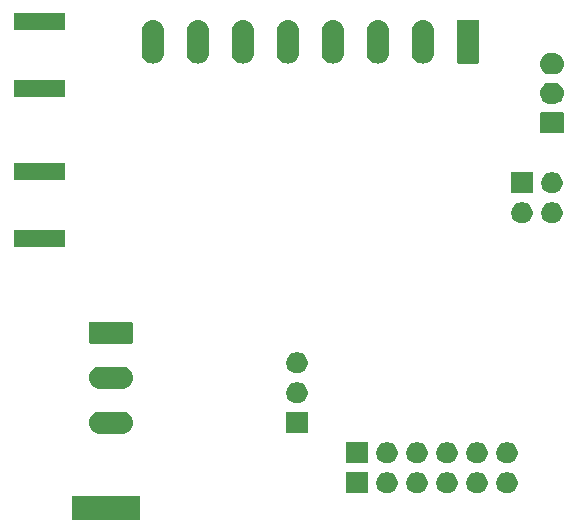
<source format=gbr>
G04 #@! TF.GenerationSoftware,KiCad,Pcbnew,(5.1.6)-1*
G04 #@! TF.CreationDate,2020-12-30T15:53:02+08:00*
G04 #@! TF.ProjectId,Module_ADS1263,4d6f6475-6c65-45f4-9144-53313236332e,rev?*
G04 #@! TF.SameCoordinates,Original*
G04 #@! TF.FileFunction,Soldermask,Bot*
G04 #@! TF.FilePolarity,Negative*
%FSLAX46Y46*%
G04 Gerber Fmt 4.6, Leading zero omitted, Abs format (unit mm)*
G04 Created by KiCad (PCBNEW (5.1.6)-1) date 2020-12-30 15:53:02*
%MOMM*%
%LPD*%
G01*
G04 APERTURE LIST*
%ADD10C,0.100000*%
G04 APERTURE END LIST*
D10*
G36*
X112395000Y-131318000D02*
G01*
X106680000Y-131318000D01*
X106680000Y-129413000D01*
X112395000Y-129413000D01*
X112395000Y-131318000D01*
G37*
X112395000Y-131318000D02*
X106680000Y-131318000D01*
X106680000Y-129413000D01*
X112395000Y-129413000D01*
X112395000Y-131318000D01*
G36*
X141083512Y-127373927D02*
G01*
X141232812Y-127403624D01*
X141396784Y-127471544D01*
X141544354Y-127570147D01*
X141669853Y-127695646D01*
X141768456Y-127843216D01*
X141836376Y-128007188D01*
X141871000Y-128181259D01*
X141871000Y-128358741D01*
X141836376Y-128532812D01*
X141768456Y-128696784D01*
X141669853Y-128844354D01*
X141544354Y-128969853D01*
X141396784Y-129068456D01*
X141232812Y-129136376D01*
X141083512Y-129166073D01*
X141058742Y-129171000D01*
X140881258Y-129171000D01*
X140856488Y-129166073D01*
X140707188Y-129136376D01*
X140543216Y-129068456D01*
X140395646Y-128969853D01*
X140270147Y-128844354D01*
X140171544Y-128696784D01*
X140103624Y-128532812D01*
X140069000Y-128358741D01*
X140069000Y-128181259D01*
X140103624Y-128007188D01*
X140171544Y-127843216D01*
X140270147Y-127695646D01*
X140395646Y-127570147D01*
X140543216Y-127471544D01*
X140707188Y-127403624D01*
X140856488Y-127373927D01*
X140881258Y-127369000D01*
X141058742Y-127369000D01*
X141083512Y-127373927D01*
G37*
G36*
X143623512Y-127373927D02*
G01*
X143772812Y-127403624D01*
X143936784Y-127471544D01*
X144084354Y-127570147D01*
X144209853Y-127695646D01*
X144308456Y-127843216D01*
X144376376Y-128007188D01*
X144411000Y-128181259D01*
X144411000Y-128358741D01*
X144376376Y-128532812D01*
X144308456Y-128696784D01*
X144209853Y-128844354D01*
X144084354Y-128969853D01*
X143936784Y-129068456D01*
X143772812Y-129136376D01*
X143623512Y-129166073D01*
X143598742Y-129171000D01*
X143421258Y-129171000D01*
X143396488Y-129166073D01*
X143247188Y-129136376D01*
X143083216Y-129068456D01*
X142935646Y-128969853D01*
X142810147Y-128844354D01*
X142711544Y-128696784D01*
X142643624Y-128532812D01*
X142609000Y-128358741D01*
X142609000Y-128181259D01*
X142643624Y-128007188D01*
X142711544Y-127843216D01*
X142810147Y-127695646D01*
X142935646Y-127570147D01*
X143083216Y-127471544D01*
X143247188Y-127403624D01*
X143396488Y-127373927D01*
X143421258Y-127369000D01*
X143598742Y-127369000D01*
X143623512Y-127373927D01*
G37*
G36*
X131711000Y-129171000D02*
G01*
X129909000Y-129171000D01*
X129909000Y-127369000D01*
X131711000Y-127369000D01*
X131711000Y-129171000D01*
G37*
G36*
X133463512Y-127373927D02*
G01*
X133612812Y-127403624D01*
X133776784Y-127471544D01*
X133924354Y-127570147D01*
X134049853Y-127695646D01*
X134148456Y-127843216D01*
X134216376Y-128007188D01*
X134251000Y-128181259D01*
X134251000Y-128358741D01*
X134216376Y-128532812D01*
X134148456Y-128696784D01*
X134049853Y-128844354D01*
X133924354Y-128969853D01*
X133776784Y-129068456D01*
X133612812Y-129136376D01*
X133463512Y-129166073D01*
X133438742Y-129171000D01*
X133261258Y-129171000D01*
X133236488Y-129166073D01*
X133087188Y-129136376D01*
X132923216Y-129068456D01*
X132775646Y-128969853D01*
X132650147Y-128844354D01*
X132551544Y-128696784D01*
X132483624Y-128532812D01*
X132449000Y-128358741D01*
X132449000Y-128181259D01*
X132483624Y-128007188D01*
X132551544Y-127843216D01*
X132650147Y-127695646D01*
X132775646Y-127570147D01*
X132923216Y-127471544D01*
X133087188Y-127403624D01*
X133236488Y-127373927D01*
X133261258Y-127369000D01*
X133438742Y-127369000D01*
X133463512Y-127373927D01*
G37*
G36*
X136003512Y-127373927D02*
G01*
X136152812Y-127403624D01*
X136316784Y-127471544D01*
X136464354Y-127570147D01*
X136589853Y-127695646D01*
X136688456Y-127843216D01*
X136756376Y-128007188D01*
X136791000Y-128181259D01*
X136791000Y-128358741D01*
X136756376Y-128532812D01*
X136688456Y-128696784D01*
X136589853Y-128844354D01*
X136464354Y-128969853D01*
X136316784Y-129068456D01*
X136152812Y-129136376D01*
X136003512Y-129166073D01*
X135978742Y-129171000D01*
X135801258Y-129171000D01*
X135776488Y-129166073D01*
X135627188Y-129136376D01*
X135463216Y-129068456D01*
X135315646Y-128969853D01*
X135190147Y-128844354D01*
X135091544Y-128696784D01*
X135023624Y-128532812D01*
X134989000Y-128358741D01*
X134989000Y-128181259D01*
X135023624Y-128007188D01*
X135091544Y-127843216D01*
X135190147Y-127695646D01*
X135315646Y-127570147D01*
X135463216Y-127471544D01*
X135627188Y-127403624D01*
X135776488Y-127373927D01*
X135801258Y-127369000D01*
X135978742Y-127369000D01*
X136003512Y-127373927D01*
G37*
G36*
X138543512Y-127373927D02*
G01*
X138692812Y-127403624D01*
X138856784Y-127471544D01*
X139004354Y-127570147D01*
X139129853Y-127695646D01*
X139228456Y-127843216D01*
X139296376Y-128007188D01*
X139331000Y-128181259D01*
X139331000Y-128358741D01*
X139296376Y-128532812D01*
X139228456Y-128696784D01*
X139129853Y-128844354D01*
X139004354Y-128969853D01*
X138856784Y-129068456D01*
X138692812Y-129136376D01*
X138543512Y-129166073D01*
X138518742Y-129171000D01*
X138341258Y-129171000D01*
X138316488Y-129166073D01*
X138167188Y-129136376D01*
X138003216Y-129068456D01*
X137855646Y-128969853D01*
X137730147Y-128844354D01*
X137631544Y-128696784D01*
X137563624Y-128532812D01*
X137529000Y-128358741D01*
X137529000Y-128181259D01*
X137563624Y-128007188D01*
X137631544Y-127843216D01*
X137730147Y-127695646D01*
X137855646Y-127570147D01*
X138003216Y-127471544D01*
X138167188Y-127403624D01*
X138316488Y-127373927D01*
X138341258Y-127369000D01*
X138518742Y-127369000D01*
X138543512Y-127373927D01*
G37*
G36*
X136003512Y-124833927D02*
G01*
X136152812Y-124863624D01*
X136316784Y-124931544D01*
X136464354Y-125030147D01*
X136589853Y-125155646D01*
X136688456Y-125303216D01*
X136756376Y-125467188D01*
X136791000Y-125641259D01*
X136791000Y-125818741D01*
X136756376Y-125992812D01*
X136688456Y-126156784D01*
X136589853Y-126304354D01*
X136464354Y-126429853D01*
X136316784Y-126528456D01*
X136152812Y-126596376D01*
X136003512Y-126626073D01*
X135978742Y-126631000D01*
X135801258Y-126631000D01*
X135776488Y-126626073D01*
X135627188Y-126596376D01*
X135463216Y-126528456D01*
X135315646Y-126429853D01*
X135190147Y-126304354D01*
X135091544Y-126156784D01*
X135023624Y-125992812D01*
X134989000Y-125818741D01*
X134989000Y-125641259D01*
X135023624Y-125467188D01*
X135091544Y-125303216D01*
X135190147Y-125155646D01*
X135315646Y-125030147D01*
X135463216Y-124931544D01*
X135627188Y-124863624D01*
X135776488Y-124833927D01*
X135801258Y-124829000D01*
X135978742Y-124829000D01*
X136003512Y-124833927D01*
G37*
G36*
X143623512Y-124833927D02*
G01*
X143772812Y-124863624D01*
X143936784Y-124931544D01*
X144084354Y-125030147D01*
X144209853Y-125155646D01*
X144308456Y-125303216D01*
X144376376Y-125467188D01*
X144411000Y-125641259D01*
X144411000Y-125818741D01*
X144376376Y-125992812D01*
X144308456Y-126156784D01*
X144209853Y-126304354D01*
X144084354Y-126429853D01*
X143936784Y-126528456D01*
X143772812Y-126596376D01*
X143623512Y-126626073D01*
X143598742Y-126631000D01*
X143421258Y-126631000D01*
X143396488Y-126626073D01*
X143247188Y-126596376D01*
X143083216Y-126528456D01*
X142935646Y-126429853D01*
X142810147Y-126304354D01*
X142711544Y-126156784D01*
X142643624Y-125992812D01*
X142609000Y-125818741D01*
X142609000Y-125641259D01*
X142643624Y-125467188D01*
X142711544Y-125303216D01*
X142810147Y-125155646D01*
X142935646Y-125030147D01*
X143083216Y-124931544D01*
X143247188Y-124863624D01*
X143396488Y-124833927D01*
X143421258Y-124829000D01*
X143598742Y-124829000D01*
X143623512Y-124833927D01*
G37*
G36*
X141083512Y-124833927D02*
G01*
X141232812Y-124863624D01*
X141396784Y-124931544D01*
X141544354Y-125030147D01*
X141669853Y-125155646D01*
X141768456Y-125303216D01*
X141836376Y-125467188D01*
X141871000Y-125641259D01*
X141871000Y-125818741D01*
X141836376Y-125992812D01*
X141768456Y-126156784D01*
X141669853Y-126304354D01*
X141544354Y-126429853D01*
X141396784Y-126528456D01*
X141232812Y-126596376D01*
X141083512Y-126626073D01*
X141058742Y-126631000D01*
X140881258Y-126631000D01*
X140856488Y-126626073D01*
X140707188Y-126596376D01*
X140543216Y-126528456D01*
X140395646Y-126429853D01*
X140270147Y-126304354D01*
X140171544Y-126156784D01*
X140103624Y-125992812D01*
X140069000Y-125818741D01*
X140069000Y-125641259D01*
X140103624Y-125467188D01*
X140171544Y-125303216D01*
X140270147Y-125155646D01*
X140395646Y-125030147D01*
X140543216Y-124931544D01*
X140707188Y-124863624D01*
X140856488Y-124833927D01*
X140881258Y-124829000D01*
X141058742Y-124829000D01*
X141083512Y-124833927D01*
G37*
G36*
X138543512Y-124833927D02*
G01*
X138692812Y-124863624D01*
X138856784Y-124931544D01*
X139004354Y-125030147D01*
X139129853Y-125155646D01*
X139228456Y-125303216D01*
X139296376Y-125467188D01*
X139331000Y-125641259D01*
X139331000Y-125818741D01*
X139296376Y-125992812D01*
X139228456Y-126156784D01*
X139129853Y-126304354D01*
X139004354Y-126429853D01*
X138856784Y-126528456D01*
X138692812Y-126596376D01*
X138543512Y-126626073D01*
X138518742Y-126631000D01*
X138341258Y-126631000D01*
X138316488Y-126626073D01*
X138167188Y-126596376D01*
X138003216Y-126528456D01*
X137855646Y-126429853D01*
X137730147Y-126304354D01*
X137631544Y-126156784D01*
X137563624Y-125992812D01*
X137529000Y-125818741D01*
X137529000Y-125641259D01*
X137563624Y-125467188D01*
X137631544Y-125303216D01*
X137730147Y-125155646D01*
X137855646Y-125030147D01*
X138003216Y-124931544D01*
X138167188Y-124863624D01*
X138316488Y-124833927D01*
X138341258Y-124829000D01*
X138518742Y-124829000D01*
X138543512Y-124833927D01*
G37*
G36*
X133463512Y-124833927D02*
G01*
X133612812Y-124863624D01*
X133776784Y-124931544D01*
X133924354Y-125030147D01*
X134049853Y-125155646D01*
X134148456Y-125303216D01*
X134216376Y-125467188D01*
X134251000Y-125641259D01*
X134251000Y-125818741D01*
X134216376Y-125992812D01*
X134148456Y-126156784D01*
X134049853Y-126304354D01*
X133924354Y-126429853D01*
X133776784Y-126528456D01*
X133612812Y-126596376D01*
X133463512Y-126626073D01*
X133438742Y-126631000D01*
X133261258Y-126631000D01*
X133236488Y-126626073D01*
X133087188Y-126596376D01*
X132923216Y-126528456D01*
X132775646Y-126429853D01*
X132650147Y-126304354D01*
X132551544Y-126156784D01*
X132483624Y-125992812D01*
X132449000Y-125818741D01*
X132449000Y-125641259D01*
X132483624Y-125467188D01*
X132551544Y-125303216D01*
X132650147Y-125155646D01*
X132775646Y-125030147D01*
X132923216Y-124931544D01*
X133087188Y-124863624D01*
X133236488Y-124833927D01*
X133261258Y-124829000D01*
X133438742Y-124829000D01*
X133463512Y-124833927D01*
G37*
G36*
X131711000Y-126631000D02*
G01*
X129909000Y-126631000D01*
X129909000Y-124829000D01*
X131711000Y-124829000D01*
X131711000Y-126631000D01*
G37*
G36*
X111068425Y-122252760D02*
G01*
X111068428Y-122252761D01*
X111068429Y-122252761D01*
X111247693Y-122307140D01*
X111247696Y-122307142D01*
X111247697Y-122307142D01*
X111412903Y-122395446D01*
X111557712Y-122514288D01*
X111676554Y-122659097D01*
X111764858Y-122824303D01*
X111764860Y-122824307D01*
X111819239Y-123003571D01*
X111819240Y-123003575D01*
X111837601Y-123190000D01*
X111819240Y-123376425D01*
X111819239Y-123376428D01*
X111819239Y-123376429D01*
X111764860Y-123555693D01*
X111764858Y-123555696D01*
X111764858Y-123555697D01*
X111676554Y-123720903D01*
X111557712Y-123865712D01*
X111412903Y-123984554D01*
X111247697Y-124072858D01*
X111247693Y-124072860D01*
X111068429Y-124127239D01*
X111068428Y-124127239D01*
X111068425Y-124127240D01*
X110928718Y-124141000D01*
X109035282Y-124141000D01*
X108895575Y-124127240D01*
X108895572Y-124127239D01*
X108895571Y-124127239D01*
X108716307Y-124072860D01*
X108716303Y-124072858D01*
X108551097Y-123984554D01*
X108406288Y-123865712D01*
X108287446Y-123720903D01*
X108199142Y-123555697D01*
X108199142Y-123555696D01*
X108199140Y-123555693D01*
X108144761Y-123376429D01*
X108144761Y-123376428D01*
X108144760Y-123376425D01*
X108126399Y-123190000D01*
X108144760Y-123003575D01*
X108144761Y-123003571D01*
X108199140Y-122824307D01*
X108199142Y-122824303D01*
X108287446Y-122659097D01*
X108406288Y-122514288D01*
X108551097Y-122395446D01*
X108716303Y-122307142D01*
X108716304Y-122307142D01*
X108716307Y-122307140D01*
X108895571Y-122252761D01*
X108895572Y-122252761D01*
X108895575Y-122252760D01*
X109035282Y-122239000D01*
X110928718Y-122239000D01*
X111068425Y-122252760D01*
G37*
G36*
X126631000Y-124091000D02*
G01*
X124829000Y-124091000D01*
X124829000Y-122289000D01*
X126631000Y-122289000D01*
X126631000Y-124091000D01*
G37*
G36*
X125843512Y-119753927D02*
G01*
X125992812Y-119783624D01*
X126156784Y-119851544D01*
X126304354Y-119950147D01*
X126429853Y-120075646D01*
X126528456Y-120223216D01*
X126596376Y-120387188D01*
X126631000Y-120561259D01*
X126631000Y-120738741D01*
X126596376Y-120912812D01*
X126528456Y-121076784D01*
X126429853Y-121224354D01*
X126304354Y-121349853D01*
X126156784Y-121448456D01*
X125992812Y-121516376D01*
X125843512Y-121546073D01*
X125818742Y-121551000D01*
X125641258Y-121551000D01*
X125616488Y-121546073D01*
X125467188Y-121516376D01*
X125303216Y-121448456D01*
X125155646Y-121349853D01*
X125030147Y-121224354D01*
X124931544Y-121076784D01*
X124863624Y-120912812D01*
X124829000Y-120738741D01*
X124829000Y-120561259D01*
X124863624Y-120387188D01*
X124931544Y-120223216D01*
X125030147Y-120075646D01*
X125155646Y-119950147D01*
X125303216Y-119851544D01*
X125467188Y-119783624D01*
X125616488Y-119753927D01*
X125641258Y-119749000D01*
X125818742Y-119749000D01*
X125843512Y-119753927D01*
G37*
G36*
X111068425Y-118442760D02*
G01*
X111068428Y-118442761D01*
X111068429Y-118442761D01*
X111247693Y-118497140D01*
X111247696Y-118497142D01*
X111247697Y-118497142D01*
X111412903Y-118585446D01*
X111557712Y-118704288D01*
X111676554Y-118849097D01*
X111764858Y-119014303D01*
X111764860Y-119014307D01*
X111819239Y-119193571D01*
X111819240Y-119193575D01*
X111837601Y-119380000D01*
X111819240Y-119566425D01*
X111819239Y-119566428D01*
X111819239Y-119566429D01*
X111764860Y-119745693D01*
X111764858Y-119745696D01*
X111764858Y-119745697D01*
X111676554Y-119910903D01*
X111557712Y-120055712D01*
X111412903Y-120174554D01*
X111247697Y-120262858D01*
X111247693Y-120262860D01*
X111068429Y-120317239D01*
X111068428Y-120317239D01*
X111068425Y-120317240D01*
X110928718Y-120331000D01*
X109035282Y-120331000D01*
X108895575Y-120317240D01*
X108895572Y-120317239D01*
X108895571Y-120317239D01*
X108716307Y-120262860D01*
X108716303Y-120262858D01*
X108551097Y-120174554D01*
X108406288Y-120055712D01*
X108287446Y-119910903D01*
X108199142Y-119745697D01*
X108199142Y-119745696D01*
X108199140Y-119745693D01*
X108144761Y-119566429D01*
X108144761Y-119566428D01*
X108144760Y-119566425D01*
X108126399Y-119380000D01*
X108144760Y-119193575D01*
X108144761Y-119193571D01*
X108199140Y-119014307D01*
X108199142Y-119014303D01*
X108287446Y-118849097D01*
X108406288Y-118704288D01*
X108551097Y-118585446D01*
X108716303Y-118497142D01*
X108716304Y-118497142D01*
X108716307Y-118497140D01*
X108895571Y-118442761D01*
X108895572Y-118442761D01*
X108895575Y-118442760D01*
X109035282Y-118429000D01*
X110928718Y-118429000D01*
X111068425Y-118442760D01*
G37*
G36*
X125843512Y-117213927D02*
G01*
X125992812Y-117243624D01*
X126156784Y-117311544D01*
X126304354Y-117410147D01*
X126429853Y-117535646D01*
X126528456Y-117683216D01*
X126596376Y-117847188D01*
X126631000Y-118021259D01*
X126631000Y-118198741D01*
X126596376Y-118372812D01*
X126528456Y-118536784D01*
X126429853Y-118684354D01*
X126304354Y-118809853D01*
X126156784Y-118908456D01*
X125992812Y-118976376D01*
X125843512Y-119006073D01*
X125818742Y-119011000D01*
X125641258Y-119011000D01*
X125616488Y-119006073D01*
X125467188Y-118976376D01*
X125303216Y-118908456D01*
X125155646Y-118809853D01*
X125030147Y-118684354D01*
X124931544Y-118536784D01*
X124863624Y-118372812D01*
X124829000Y-118198741D01*
X124829000Y-118021259D01*
X124863624Y-117847188D01*
X124931544Y-117683216D01*
X125030147Y-117535646D01*
X125155646Y-117410147D01*
X125303216Y-117311544D01*
X125467188Y-117243624D01*
X125616488Y-117213927D01*
X125641258Y-117209000D01*
X125818742Y-117209000D01*
X125843512Y-117213927D01*
G37*
G36*
X111692915Y-114622934D02*
G01*
X111725424Y-114632795D01*
X111755382Y-114648809D01*
X111781641Y-114670359D01*
X111803191Y-114696618D01*
X111819205Y-114726576D01*
X111829066Y-114759085D01*
X111833000Y-114799029D01*
X111833000Y-116340971D01*
X111829066Y-116380915D01*
X111819205Y-116413424D01*
X111803191Y-116443382D01*
X111781641Y-116469641D01*
X111755382Y-116491191D01*
X111725424Y-116507205D01*
X111692915Y-116517066D01*
X111652971Y-116521000D01*
X108311029Y-116521000D01*
X108271085Y-116517066D01*
X108238576Y-116507205D01*
X108208618Y-116491191D01*
X108182359Y-116469641D01*
X108160809Y-116443382D01*
X108144795Y-116413424D01*
X108134934Y-116380915D01*
X108131000Y-116340971D01*
X108131000Y-114799029D01*
X108134934Y-114759085D01*
X108144795Y-114726576D01*
X108160809Y-114696618D01*
X108182359Y-114670359D01*
X108208618Y-114648809D01*
X108238576Y-114632795D01*
X108271085Y-114622934D01*
X108311029Y-114619000D01*
X111652971Y-114619000D01*
X111692915Y-114622934D01*
G37*
G36*
X106110000Y-108326000D02*
G01*
X101808000Y-108326000D01*
X101808000Y-106874000D01*
X106110000Y-106874000D01*
X106110000Y-108326000D01*
G37*
G36*
X147433512Y-104513927D02*
G01*
X147582812Y-104543624D01*
X147746784Y-104611544D01*
X147894354Y-104710147D01*
X148019853Y-104835646D01*
X148118456Y-104983216D01*
X148186376Y-105147188D01*
X148221000Y-105321259D01*
X148221000Y-105498741D01*
X148186376Y-105672812D01*
X148118456Y-105836784D01*
X148019853Y-105984354D01*
X147894354Y-106109853D01*
X147746784Y-106208456D01*
X147582812Y-106276376D01*
X147433512Y-106306073D01*
X147408742Y-106311000D01*
X147231258Y-106311000D01*
X147206488Y-106306073D01*
X147057188Y-106276376D01*
X146893216Y-106208456D01*
X146745646Y-106109853D01*
X146620147Y-105984354D01*
X146521544Y-105836784D01*
X146453624Y-105672812D01*
X146419000Y-105498741D01*
X146419000Y-105321259D01*
X146453624Y-105147188D01*
X146521544Y-104983216D01*
X146620147Y-104835646D01*
X146745646Y-104710147D01*
X146893216Y-104611544D01*
X147057188Y-104543624D01*
X147206488Y-104513927D01*
X147231258Y-104509000D01*
X147408742Y-104509000D01*
X147433512Y-104513927D01*
G37*
G36*
X144893512Y-104513927D02*
G01*
X145042812Y-104543624D01*
X145206784Y-104611544D01*
X145354354Y-104710147D01*
X145479853Y-104835646D01*
X145578456Y-104983216D01*
X145646376Y-105147188D01*
X145681000Y-105321259D01*
X145681000Y-105498741D01*
X145646376Y-105672812D01*
X145578456Y-105836784D01*
X145479853Y-105984354D01*
X145354354Y-106109853D01*
X145206784Y-106208456D01*
X145042812Y-106276376D01*
X144893512Y-106306073D01*
X144868742Y-106311000D01*
X144691258Y-106311000D01*
X144666488Y-106306073D01*
X144517188Y-106276376D01*
X144353216Y-106208456D01*
X144205646Y-106109853D01*
X144080147Y-105984354D01*
X143981544Y-105836784D01*
X143913624Y-105672812D01*
X143879000Y-105498741D01*
X143879000Y-105321259D01*
X143913624Y-105147188D01*
X143981544Y-104983216D01*
X144080147Y-104835646D01*
X144205646Y-104710147D01*
X144353216Y-104611544D01*
X144517188Y-104543624D01*
X144666488Y-104513927D01*
X144691258Y-104509000D01*
X144868742Y-104509000D01*
X144893512Y-104513927D01*
G37*
G36*
X145681000Y-103771000D02*
G01*
X143879000Y-103771000D01*
X143879000Y-101969000D01*
X145681000Y-101969000D01*
X145681000Y-103771000D01*
G37*
G36*
X147433512Y-101973927D02*
G01*
X147582812Y-102003624D01*
X147746784Y-102071544D01*
X147894354Y-102170147D01*
X148019853Y-102295646D01*
X148118456Y-102443216D01*
X148186376Y-102607188D01*
X148221000Y-102781259D01*
X148221000Y-102958741D01*
X148186376Y-103132812D01*
X148118456Y-103296784D01*
X148019853Y-103444354D01*
X147894354Y-103569853D01*
X147746784Y-103668456D01*
X147582812Y-103736376D01*
X147433512Y-103766073D01*
X147408742Y-103771000D01*
X147231258Y-103771000D01*
X147206488Y-103766073D01*
X147057188Y-103736376D01*
X146893216Y-103668456D01*
X146745646Y-103569853D01*
X146620147Y-103444354D01*
X146521544Y-103296784D01*
X146453624Y-103132812D01*
X146419000Y-102958741D01*
X146419000Y-102781259D01*
X146453624Y-102607188D01*
X146521544Y-102443216D01*
X146620147Y-102295646D01*
X146745646Y-102170147D01*
X146893216Y-102071544D01*
X147057188Y-102003624D01*
X147206488Y-101973927D01*
X147231258Y-101969000D01*
X147408742Y-101969000D01*
X147433512Y-101973927D01*
G37*
G36*
X106110000Y-102676000D02*
G01*
X101808000Y-102676000D01*
X101808000Y-101224000D01*
X106110000Y-101224000D01*
X106110000Y-102676000D01*
G37*
G36*
X148203600Y-96892989D02*
G01*
X148236652Y-96903015D01*
X148267103Y-96919292D01*
X148293799Y-96941201D01*
X148315708Y-96967897D01*
X148331985Y-96998348D01*
X148342011Y-97031400D01*
X148346000Y-97071903D01*
X148346000Y-98508097D01*
X148342011Y-98548600D01*
X148331985Y-98581652D01*
X148315708Y-98612103D01*
X148293799Y-98638799D01*
X148267103Y-98660708D01*
X148236652Y-98676985D01*
X148203600Y-98687011D01*
X148163097Y-98691000D01*
X146476903Y-98691000D01*
X146436400Y-98687011D01*
X146403348Y-98676985D01*
X146372897Y-98660708D01*
X146346201Y-98638799D01*
X146324292Y-98612103D01*
X146308015Y-98581652D01*
X146297989Y-98548600D01*
X146294000Y-98508097D01*
X146294000Y-97071903D01*
X146297989Y-97031400D01*
X146308015Y-96998348D01*
X146324292Y-96967897D01*
X146346201Y-96941201D01*
X146372897Y-96919292D01*
X146403348Y-96903015D01*
X146436400Y-96892989D01*
X146476903Y-96889000D01*
X148163097Y-96889000D01*
X148203600Y-96892989D01*
G37*
G36*
X147555443Y-94395519D02*
G01*
X147621627Y-94402037D01*
X147791466Y-94453557D01*
X147947991Y-94537222D01*
X147983729Y-94566552D01*
X148085186Y-94649814D01*
X148168448Y-94751271D01*
X148197778Y-94787009D01*
X148281443Y-94943534D01*
X148332963Y-95113373D01*
X148350359Y-95290000D01*
X148332963Y-95466627D01*
X148281443Y-95636466D01*
X148197778Y-95792991D01*
X148168448Y-95828729D01*
X148085186Y-95930186D01*
X147983729Y-96013448D01*
X147947991Y-96042778D01*
X147791466Y-96126443D01*
X147621627Y-96177963D01*
X147555443Y-96184481D01*
X147489260Y-96191000D01*
X147150740Y-96191000D01*
X147084558Y-96184482D01*
X147018373Y-96177963D01*
X146848534Y-96126443D01*
X146692009Y-96042778D01*
X146656271Y-96013448D01*
X146554814Y-95930186D01*
X146471552Y-95828729D01*
X146442222Y-95792991D01*
X146358557Y-95636466D01*
X146307037Y-95466627D01*
X146289641Y-95290000D01*
X146307037Y-95113373D01*
X146358557Y-94943534D01*
X146442222Y-94787009D01*
X146471552Y-94751271D01*
X146554814Y-94649814D01*
X146656271Y-94566552D01*
X146692009Y-94537222D01*
X146848534Y-94453557D01*
X147018373Y-94402037D01*
X147084558Y-94395518D01*
X147150740Y-94389000D01*
X147489260Y-94389000D01*
X147555443Y-94395519D01*
G37*
G36*
X106110000Y-95626000D02*
G01*
X101808000Y-95626000D01*
X101808000Y-94174000D01*
X106110000Y-94174000D01*
X106110000Y-95626000D01*
G37*
G36*
X147555442Y-91895518D02*
G01*
X147621627Y-91902037D01*
X147791466Y-91953557D01*
X147947991Y-92037222D01*
X147983729Y-92066552D01*
X148085186Y-92149814D01*
X148168448Y-92251271D01*
X148197778Y-92287009D01*
X148281443Y-92443534D01*
X148332963Y-92613373D01*
X148350359Y-92790000D01*
X148332963Y-92966627D01*
X148281443Y-93136466D01*
X148197778Y-93292991D01*
X148168448Y-93328729D01*
X148085186Y-93430186D01*
X147983729Y-93513448D01*
X147947991Y-93542778D01*
X147791466Y-93626443D01*
X147621627Y-93677963D01*
X147555443Y-93684481D01*
X147489260Y-93691000D01*
X147150740Y-93691000D01*
X147084558Y-93684482D01*
X147018373Y-93677963D01*
X146848534Y-93626443D01*
X146692009Y-93542778D01*
X146656271Y-93513448D01*
X146554814Y-93430186D01*
X146471552Y-93328729D01*
X146442222Y-93292991D01*
X146358557Y-93136466D01*
X146307037Y-92966627D01*
X146289641Y-92790000D01*
X146307037Y-92613373D01*
X146358557Y-92443534D01*
X146442222Y-92287009D01*
X146471552Y-92251271D01*
X146554814Y-92149814D01*
X146656271Y-92066552D01*
X146692009Y-92037222D01*
X146848534Y-91953557D01*
X147018373Y-91902037D01*
X147084558Y-91895518D01*
X147150740Y-91889000D01*
X147489260Y-91889000D01*
X147555442Y-91895518D01*
G37*
G36*
X113724425Y-89094760D02*
G01*
X113724428Y-89094761D01*
X113724429Y-89094761D01*
X113903693Y-89149140D01*
X113903696Y-89149142D01*
X113903697Y-89149142D01*
X114068903Y-89237446D01*
X114213712Y-89356288D01*
X114332554Y-89501097D01*
X114420858Y-89666303D01*
X114420860Y-89666307D01*
X114475239Y-89845571D01*
X114475240Y-89845575D01*
X114489000Y-89985282D01*
X114489000Y-91878718D01*
X114475240Y-92018425D01*
X114475239Y-92018428D01*
X114475239Y-92018429D01*
X114420860Y-92197693D01*
X114420858Y-92197696D01*
X114420858Y-92197697D01*
X114332554Y-92362903D01*
X114213712Y-92507712D01*
X114068903Y-92626554D01*
X113920964Y-92705628D01*
X113903692Y-92714860D01*
X113724428Y-92769239D01*
X113724427Y-92769239D01*
X113724424Y-92769240D01*
X113538000Y-92787601D01*
X113351575Y-92769240D01*
X113351572Y-92769239D01*
X113351571Y-92769239D01*
X113172307Y-92714860D01*
X113154575Y-92705382D01*
X113007097Y-92626554D01*
X112862288Y-92507712D01*
X112743446Y-92362903D01*
X112655142Y-92197696D01*
X112655141Y-92197693D01*
X112655140Y-92197692D01*
X112600761Y-92018428D01*
X112600761Y-92018427D01*
X112600760Y-92018424D01*
X112587000Y-91878717D01*
X112587000Y-89985283D01*
X112600761Y-89845575D01*
X112600762Y-89845571D01*
X112655141Y-89666307D01*
X112655143Y-89666303D01*
X112743447Y-89501097D01*
X112862289Y-89356288D01*
X113007098Y-89237446D01*
X113172304Y-89149142D01*
X113172305Y-89149142D01*
X113172308Y-89149140D01*
X113351572Y-89094761D01*
X113351573Y-89094761D01*
X113351576Y-89094760D01*
X113538000Y-89076399D01*
X113724425Y-89094760D01*
G37*
G36*
X125154425Y-89094760D02*
G01*
X125154428Y-89094761D01*
X125154429Y-89094761D01*
X125333693Y-89149140D01*
X125333696Y-89149142D01*
X125333697Y-89149142D01*
X125498903Y-89237446D01*
X125643712Y-89356288D01*
X125762554Y-89501097D01*
X125850858Y-89666303D01*
X125850860Y-89666307D01*
X125905239Y-89845571D01*
X125905240Y-89845575D01*
X125919000Y-89985282D01*
X125919000Y-91878718D01*
X125905240Y-92018425D01*
X125905239Y-92018428D01*
X125905239Y-92018429D01*
X125850860Y-92197693D01*
X125850858Y-92197696D01*
X125850858Y-92197697D01*
X125762554Y-92362903D01*
X125643712Y-92507712D01*
X125498903Y-92626554D01*
X125350964Y-92705628D01*
X125333692Y-92714860D01*
X125154428Y-92769239D01*
X125154427Y-92769239D01*
X125154424Y-92769240D01*
X124968000Y-92787601D01*
X124781575Y-92769240D01*
X124781572Y-92769239D01*
X124781571Y-92769239D01*
X124602307Y-92714860D01*
X124584575Y-92705382D01*
X124437097Y-92626554D01*
X124292288Y-92507712D01*
X124173446Y-92362903D01*
X124085142Y-92197696D01*
X124085141Y-92197693D01*
X124085140Y-92197692D01*
X124030761Y-92018428D01*
X124030761Y-92018427D01*
X124030760Y-92018424D01*
X124017000Y-91878717D01*
X124017000Y-89985283D01*
X124030761Y-89845575D01*
X124030762Y-89845571D01*
X124085141Y-89666307D01*
X124085143Y-89666303D01*
X124173447Y-89501097D01*
X124292289Y-89356288D01*
X124437098Y-89237446D01*
X124602304Y-89149142D01*
X124602305Y-89149142D01*
X124602308Y-89149140D01*
X124781572Y-89094761D01*
X124781573Y-89094761D01*
X124781576Y-89094760D01*
X124968000Y-89076399D01*
X125154425Y-89094760D01*
G37*
G36*
X128964425Y-89094760D02*
G01*
X128964428Y-89094761D01*
X128964429Y-89094761D01*
X129143693Y-89149140D01*
X129143696Y-89149142D01*
X129143697Y-89149142D01*
X129308903Y-89237446D01*
X129453712Y-89356288D01*
X129572554Y-89501097D01*
X129660858Y-89666303D01*
X129660860Y-89666307D01*
X129715239Y-89845571D01*
X129715240Y-89845575D01*
X129729000Y-89985282D01*
X129729000Y-91878718D01*
X129715240Y-92018425D01*
X129715239Y-92018428D01*
X129715239Y-92018429D01*
X129660860Y-92197693D01*
X129660858Y-92197696D01*
X129660858Y-92197697D01*
X129572554Y-92362903D01*
X129453712Y-92507712D01*
X129308903Y-92626554D01*
X129160964Y-92705628D01*
X129143692Y-92714860D01*
X128964428Y-92769239D01*
X128964427Y-92769239D01*
X128964424Y-92769240D01*
X128778000Y-92787601D01*
X128591575Y-92769240D01*
X128591572Y-92769239D01*
X128591571Y-92769239D01*
X128412307Y-92714860D01*
X128394575Y-92705382D01*
X128247097Y-92626554D01*
X128102288Y-92507712D01*
X127983446Y-92362903D01*
X127895142Y-92197696D01*
X127895141Y-92197693D01*
X127895140Y-92197692D01*
X127840761Y-92018428D01*
X127840761Y-92018427D01*
X127840760Y-92018424D01*
X127827000Y-91878717D01*
X127827000Y-89985283D01*
X127840761Y-89845575D01*
X127840762Y-89845571D01*
X127895141Y-89666307D01*
X127895143Y-89666303D01*
X127983447Y-89501097D01*
X128102289Y-89356288D01*
X128247098Y-89237446D01*
X128412304Y-89149142D01*
X128412305Y-89149142D01*
X128412308Y-89149140D01*
X128591572Y-89094761D01*
X128591573Y-89094761D01*
X128591576Y-89094760D01*
X128778000Y-89076399D01*
X128964425Y-89094760D01*
G37*
G36*
X132774425Y-89094760D02*
G01*
X132774428Y-89094761D01*
X132774429Y-89094761D01*
X132953693Y-89149140D01*
X132953696Y-89149142D01*
X132953697Y-89149142D01*
X133118903Y-89237446D01*
X133263712Y-89356288D01*
X133382554Y-89501097D01*
X133470858Y-89666303D01*
X133470860Y-89666307D01*
X133525239Y-89845571D01*
X133525240Y-89845575D01*
X133539000Y-89985282D01*
X133539000Y-91878718D01*
X133525240Y-92018425D01*
X133525239Y-92018428D01*
X133525239Y-92018429D01*
X133470860Y-92197693D01*
X133470858Y-92197696D01*
X133470858Y-92197697D01*
X133382554Y-92362903D01*
X133263712Y-92507712D01*
X133118903Y-92626554D01*
X132970964Y-92705628D01*
X132953692Y-92714860D01*
X132774428Y-92769239D01*
X132774427Y-92769239D01*
X132774424Y-92769240D01*
X132588000Y-92787601D01*
X132401575Y-92769240D01*
X132401572Y-92769239D01*
X132401571Y-92769239D01*
X132222307Y-92714860D01*
X132204575Y-92705382D01*
X132057097Y-92626554D01*
X131912288Y-92507712D01*
X131793446Y-92362903D01*
X131705142Y-92197696D01*
X131705141Y-92197693D01*
X131705140Y-92197692D01*
X131650761Y-92018428D01*
X131650761Y-92018427D01*
X131650760Y-92018424D01*
X131637000Y-91878717D01*
X131637000Y-89985283D01*
X131650761Y-89845575D01*
X131650762Y-89845571D01*
X131705141Y-89666307D01*
X131705143Y-89666303D01*
X131793447Y-89501097D01*
X131912289Y-89356288D01*
X132057098Y-89237446D01*
X132222304Y-89149142D01*
X132222305Y-89149142D01*
X132222308Y-89149140D01*
X132401572Y-89094761D01*
X132401573Y-89094761D01*
X132401576Y-89094760D01*
X132588000Y-89076399D01*
X132774425Y-89094760D01*
G37*
G36*
X136584425Y-89094760D02*
G01*
X136584428Y-89094761D01*
X136584429Y-89094761D01*
X136763693Y-89149140D01*
X136763696Y-89149142D01*
X136763697Y-89149142D01*
X136928903Y-89237446D01*
X137073712Y-89356288D01*
X137192554Y-89501097D01*
X137280858Y-89666303D01*
X137280860Y-89666307D01*
X137335239Y-89845571D01*
X137335240Y-89845575D01*
X137349000Y-89985282D01*
X137349000Y-91878718D01*
X137335240Y-92018425D01*
X137335239Y-92018428D01*
X137335239Y-92018429D01*
X137280860Y-92197693D01*
X137280858Y-92197696D01*
X137280858Y-92197697D01*
X137192554Y-92362903D01*
X137073712Y-92507712D01*
X136928903Y-92626554D01*
X136780964Y-92705628D01*
X136763692Y-92714860D01*
X136584428Y-92769239D01*
X136584427Y-92769239D01*
X136584424Y-92769240D01*
X136398000Y-92787601D01*
X136211575Y-92769240D01*
X136211572Y-92769239D01*
X136211571Y-92769239D01*
X136032307Y-92714860D01*
X136014575Y-92705382D01*
X135867097Y-92626554D01*
X135722288Y-92507712D01*
X135603446Y-92362903D01*
X135515142Y-92197696D01*
X135515141Y-92197693D01*
X135515140Y-92197692D01*
X135460761Y-92018428D01*
X135460761Y-92018427D01*
X135460760Y-92018424D01*
X135447000Y-91878717D01*
X135447000Y-89985283D01*
X135460761Y-89845575D01*
X135460762Y-89845571D01*
X135515141Y-89666307D01*
X135515143Y-89666303D01*
X135603447Y-89501097D01*
X135722289Y-89356288D01*
X135867098Y-89237446D01*
X136032304Y-89149142D01*
X136032305Y-89149142D01*
X136032308Y-89149140D01*
X136211572Y-89094761D01*
X136211573Y-89094761D01*
X136211576Y-89094760D01*
X136398000Y-89076399D01*
X136584425Y-89094760D01*
G37*
G36*
X121344425Y-89094760D02*
G01*
X121344428Y-89094761D01*
X121344429Y-89094761D01*
X121523693Y-89149140D01*
X121523696Y-89149142D01*
X121523697Y-89149142D01*
X121688903Y-89237446D01*
X121833712Y-89356288D01*
X121952554Y-89501097D01*
X122040858Y-89666303D01*
X122040860Y-89666307D01*
X122095239Y-89845571D01*
X122095240Y-89845575D01*
X122109000Y-89985282D01*
X122109000Y-91878718D01*
X122095240Y-92018425D01*
X122095239Y-92018428D01*
X122095239Y-92018429D01*
X122040860Y-92197693D01*
X122040858Y-92197696D01*
X122040858Y-92197697D01*
X121952554Y-92362903D01*
X121833712Y-92507712D01*
X121688903Y-92626554D01*
X121540964Y-92705628D01*
X121523692Y-92714860D01*
X121344428Y-92769239D01*
X121344427Y-92769239D01*
X121344424Y-92769240D01*
X121158000Y-92787601D01*
X120971575Y-92769240D01*
X120971572Y-92769239D01*
X120971571Y-92769239D01*
X120792307Y-92714860D01*
X120774575Y-92705382D01*
X120627097Y-92626554D01*
X120482288Y-92507712D01*
X120363446Y-92362903D01*
X120275142Y-92197696D01*
X120275141Y-92197693D01*
X120275140Y-92197692D01*
X120220761Y-92018428D01*
X120220761Y-92018427D01*
X120220760Y-92018424D01*
X120207000Y-91878717D01*
X120207000Y-89985283D01*
X120220761Y-89845575D01*
X120220762Y-89845571D01*
X120275141Y-89666307D01*
X120275143Y-89666303D01*
X120363447Y-89501097D01*
X120482289Y-89356288D01*
X120627098Y-89237446D01*
X120792304Y-89149142D01*
X120792305Y-89149142D01*
X120792308Y-89149140D01*
X120971572Y-89094761D01*
X120971573Y-89094761D01*
X120971576Y-89094760D01*
X121158000Y-89076399D01*
X121344425Y-89094760D01*
G37*
G36*
X117534425Y-89094760D02*
G01*
X117534428Y-89094761D01*
X117534429Y-89094761D01*
X117713693Y-89149140D01*
X117713696Y-89149142D01*
X117713697Y-89149142D01*
X117878903Y-89237446D01*
X118023712Y-89356288D01*
X118142554Y-89501097D01*
X118230858Y-89666303D01*
X118230860Y-89666307D01*
X118285239Y-89845571D01*
X118285240Y-89845575D01*
X118299000Y-89985282D01*
X118299000Y-91878718D01*
X118285240Y-92018425D01*
X118285239Y-92018428D01*
X118285239Y-92018429D01*
X118230860Y-92197693D01*
X118230858Y-92197696D01*
X118230858Y-92197697D01*
X118142554Y-92362903D01*
X118023712Y-92507712D01*
X117878903Y-92626554D01*
X117730964Y-92705628D01*
X117713692Y-92714860D01*
X117534428Y-92769239D01*
X117534427Y-92769239D01*
X117534424Y-92769240D01*
X117348000Y-92787601D01*
X117161575Y-92769240D01*
X117161572Y-92769239D01*
X117161571Y-92769239D01*
X116982307Y-92714860D01*
X116964575Y-92705382D01*
X116817097Y-92626554D01*
X116672288Y-92507712D01*
X116553446Y-92362903D01*
X116465142Y-92197696D01*
X116465141Y-92197693D01*
X116465140Y-92197692D01*
X116410761Y-92018428D01*
X116410761Y-92018427D01*
X116410760Y-92018424D01*
X116397000Y-91878717D01*
X116397000Y-89985283D01*
X116410761Y-89845575D01*
X116410762Y-89845571D01*
X116465141Y-89666307D01*
X116465143Y-89666303D01*
X116553447Y-89501097D01*
X116672289Y-89356288D01*
X116817098Y-89237446D01*
X116982304Y-89149142D01*
X116982305Y-89149142D01*
X116982308Y-89149140D01*
X117161572Y-89094761D01*
X117161573Y-89094761D01*
X117161576Y-89094760D01*
X117348000Y-89076399D01*
X117534425Y-89094760D01*
G37*
G36*
X141018915Y-89084934D02*
G01*
X141051424Y-89094795D01*
X141081382Y-89110809D01*
X141107641Y-89132359D01*
X141129191Y-89158618D01*
X141145205Y-89188576D01*
X141155066Y-89221085D01*
X141159000Y-89261029D01*
X141159000Y-92602971D01*
X141155066Y-92642915D01*
X141145205Y-92675424D01*
X141129191Y-92705382D01*
X141107641Y-92731641D01*
X141081382Y-92753191D01*
X141051424Y-92769205D01*
X141018915Y-92779066D01*
X140978971Y-92783000D01*
X139437029Y-92783000D01*
X139397085Y-92779066D01*
X139364576Y-92769205D01*
X139334618Y-92753191D01*
X139308359Y-92731641D01*
X139286809Y-92705382D01*
X139270795Y-92675424D01*
X139260934Y-92642915D01*
X139257000Y-92602971D01*
X139257000Y-89261029D01*
X139260934Y-89221085D01*
X139270795Y-89188576D01*
X139286809Y-89158618D01*
X139308359Y-89132359D01*
X139334618Y-89110809D01*
X139364576Y-89094795D01*
X139397085Y-89084934D01*
X139437029Y-89081000D01*
X140978971Y-89081000D01*
X141018915Y-89084934D01*
G37*
G36*
X106110000Y-89976000D02*
G01*
X101808000Y-89976000D01*
X101808000Y-88524000D01*
X106110000Y-88524000D01*
X106110000Y-89976000D01*
G37*
M02*

</source>
